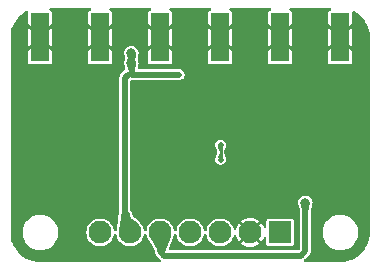
<source format=gbr>
%TF.GenerationSoftware,KiCad,Pcbnew,8.99.0-unknown-7774a43762~178~ubuntu22.04.1*%
%TF.CreationDate,2024-05-27T17:10:49+05:30*%
%TF.ProjectId,Adafruit Si5351A,41646166-7275-4697-9420-536935333531,rev?*%
%TF.SameCoordinates,Original*%
%TF.FileFunction,Copper,L2,Bot*%
%TF.FilePolarity,Positive*%
%FSLAX46Y46*%
G04 Gerber Fmt 4.6, Leading zero omitted, Abs format (unit mm)*
G04 Created by KiCad (PCBNEW 8.99.0-unknown-7774a43762~178~ubuntu22.04.1) date 2024-05-27 17:10:49*
%MOMM*%
%LPD*%
G01*
G04 APERTURE LIST*
%TA.AperFunction,SMDPad,CuDef*%
%ADD10R,1.524000X4.064000*%
%TD*%
%TA.AperFunction,ComponentPad*%
%ADD11R,1.930400X1.930400*%
%TD*%
%TA.AperFunction,ComponentPad*%
%ADD12C,1.930400*%
%TD*%
%TA.AperFunction,ViaPad*%
%ADD13C,0.800000*%
%TD*%
%TA.AperFunction,ViaPad*%
%ADD14C,0.500000*%
%TD*%
%TA.AperFunction,ViaPad*%
%ADD15C,0.800100*%
%TD*%
%TA.AperFunction,Conductor*%
%ADD16C,0.500000*%
%TD*%
%TA.AperFunction,Conductor*%
%ADD17C,0.250000*%
%TD*%
G04 APERTURE END LIST*
D10*
%TO.P,X3,GND@3,GND2*%
%TO.N,GND*%
X161201100Y-96748600D03*
%TO.P,X3,GND@4,GND1*%
X156121100Y-96748600D03*
%TD*%
%TO.P,X2,GND@3,GND2*%
%TO.N,GND*%
X151041100Y-96748600D03*
%TO.P,X2,GND@4,GND1*%
X145961100Y-96748600D03*
%TD*%
D11*
%TO.P,JP1,1,1*%
%TO.N,+3.3V*%
X156121100Y-113258600D03*
D12*
%TO.P,JP1,2,2*%
%TO.N,GND*%
X153581100Y-113258600D03*
%TO.P,JP1,3,3*%
%TO.N,/SDA_3V*%
X151041100Y-113258600D03*
%TO.P,JP1,4,4*%
%TO.N,/SCL_3V*%
X148501100Y-113258600D03*
%TO.P,JP1,5,5*%
%TO.N,CLK2*%
X145961100Y-113258600D03*
%TO.P,JP1,6,6*%
%TO.N,CLK1*%
X143421100Y-113258600D03*
%TO.P,JP1,7,7*%
%TO.N,CLK0*%
X140881100Y-113258600D03*
%TD*%
D10*
%TO.P,X1,GND@3,GND2*%
%TO.N,GND*%
X140881100Y-96748600D03*
%TO.P,X1,GND@4,GND1*%
X135801100Y-96748600D03*
%TD*%
D13*
%TO.N,GND*%
X143700000Y-115200000D03*
D14*
X163400000Y-98000000D03*
D13*
X145940000Y-95350000D03*
X145000000Y-109400000D03*
D14*
X159893000Y-99568000D03*
X143490000Y-95860000D03*
D13*
X136680000Y-109910000D03*
X160290000Y-111440000D03*
D14*
X158242000Y-105537000D03*
D13*
X134114168Y-114376541D03*
X161260000Y-97860000D03*
X134050000Y-103330000D03*
D14*
X162306000Y-99187000D03*
D13*
X142060000Y-104020000D03*
D14*
X157620000Y-101070000D03*
X155300000Y-100710000D03*
X163400000Y-96800000D03*
D13*
X138110000Y-106620000D03*
D14*
X157480000Y-98806000D03*
X141859000Y-114427000D03*
X137100000Y-96600000D03*
D13*
X163280000Y-106150000D03*
D14*
X160450000Y-104780000D03*
X154140000Y-100710000D03*
X158710000Y-101410000D03*
X139115800Y-102489000D03*
X156000000Y-99430000D03*
X147193000Y-114427000D03*
X138430000Y-102235000D03*
X153500000Y-97400000D03*
X160909000Y-99568000D03*
X160401000Y-100076000D03*
X153600000Y-100500000D03*
X157490000Y-97300000D03*
D13*
X145540000Y-103040000D03*
X151690000Y-101590000D03*
X156160000Y-95260000D03*
D14*
X156470000Y-100010000D03*
D13*
X137760000Y-108610000D03*
D14*
X163200000Y-96200000D03*
D13*
X161210000Y-95190000D03*
X151090000Y-95300000D03*
X151140000Y-97970000D03*
D14*
X155000000Y-107700000D03*
X147300000Y-95600000D03*
X155829000Y-106807000D03*
X154461786Y-108552562D03*
D13*
X153360000Y-102830000D03*
D14*
X152146000Y-104902000D03*
D13*
X136690000Y-107620000D03*
D14*
X155702000Y-109524800D03*
X150114000Y-114427000D03*
D13*
X142087600Y-106146600D03*
X142036800Y-110540800D03*
X134950000Y-115120000D03*
D15*
X154293100Y-96748600D03*
D13*
X149610000Y-108070000D03*
D14*
X153500000Y-96100000D03*
X137541000Y-101219000D03*
D13*
X142070000Y-102900000D03*
X155702000Y-106030000D03*
X144430000Y-103050000D03*
D14*
X149700000Y-95600000D03*
D13*
X135380000Y-106620000D03*
D14*
X161544000Y-99314000D03*
D13*
X142036800Y-105050000D03*
D14*
X152273000Y-112141000D03*
X144399000Y-114554000D03*
D13*
X160401000Y-103505000D03*
X135350000Y-108830000D03*
D15*
X154270000Y-95490000D03*
D13*
X134080000Y-96850000D03*
X147470000Y-102750000D03*
X142036800Y-107188000D03*
D14*
X149606000Y-102743000D03*
D13*
X144000000Y-111700000D03*
X138110000Y-105520000D03*
D14*
X139500000Y-98400000D03*
D13*
X135380000Y-103330000D03*
D14*
X139500000Y-97500000D03*
D13*
X139319000Y-112522000D03*
D14*
X147300000Y-97400000D03*
D13*
X152390000Y-102350000D03*
X159131000Y-102235000D03*
D14*
X153380000Y-104910000D03*
D13*
X135390000Y-102140000D03*
D14*
X139319000Y-99130000D03*
X154740000Y-98730000D03*
D13*
X134050000Y-104430000D03*
X135410000Y-101120000D03*
D14*
X154730000Y-100700000D03*
X158440000Y-101900000D03*
X154440000Y-109170000D03*
D13*
X136950000Y-111540000D03*
D14*
X158000000Y-104310000D03*
D13*
X156200000Y-96510000D03*
X139065000Y-114427000D03*
D14*
X158240000Y-100970000D03*
D13*
X156460000Y-102900000D03*
X145000000Y-111700000D03*
X154370000Y-102840000D03*
X135800000Y-95660000D03*
X141500000Y-100300000D03*
X138090000Y-107640000D03*
D14*
X157530800Y-114380000D03*
D13*
X154559000Y-106040000D03*
D14*
X154050000Y-104900000D03*
X155981400Y-108432600D03*
X155230000Y-99430000D03*
D13*
X134020000Y-108830000D03*
D14*
X155170000Y-100040000D03*
D15*
X152780000Y-98050000D03*
D14*
X160430000Y-104220000D03*
D13*
X142800000Y-115200000D03*
X159588200Y-114554000D03*
D14*
X155194000Y-106680000D03*
D13*
X134030000Y-107640000D03*
X156210000Y-97930000D03*
X161790000Y-115200000D03*
D14*
X158360000Y-104910000D03*
D13*
X140480000Y-99430000D03*
X155420000Y-102840000D03*
X133810000Y-113330000D03*
X151130000Y-96550000D03*
X134080000Y-101120000D03*
D14*
X139700000Y-100330000D03*
X139810000Y-102520000D03*
X142214600Y-99974400D03*
X153950000Y-98820000D03*
D13*
X135900000Y-111300000D03*
X145990000Y-98020000D03*
X133970000Y-112300000D03*
D14*
X158292800Y-107238800D03*
X158572200Y-108432600D03*
D13*
X134060000Y-102140000D03*
D14*
X157226000Y-100076000D03*
X159800000Y-98044000D03*
X147300000Y-98300000D03*
X156660000Y-99410000D03*
D13*
X140970000Y-98190000D03*
X134080000Y-97950000D03*
X161250000Y-96440000D03*
X163280000Y-105050000D03*
X136690000Y-105430000D03*
D14*
X157090000Y-100720000D03*
X153210000Y-100060000D03*
X152781000Y-104902000D03*
D13*
X140920000Y-95520000D03*
D14*
X159800000Y-97300000D03*
D15*
X162725100Y-97663000D03*
D13*
X160490000Y-115200000D03*
D14*
X139954000Y-114427000D03*
D13*
X159190000Y-113460000D03*
D14*
X153960000Y-99880000D03*
D13*
X159385000Y-112268000D03*
X139430000Y-106620000D03*
X163260000Y-107170000D03*
D14*
X150241000Y-103251000D03*
X142570200Y-99491800D03*
D13*
X159258000Y-107569000D03*
X139410000Y-107640000D03*
D14*
X163449000Y-98806000D03*
D13*
X146200000Y-109400000D03*
X138684000Y-111760000D03*
D14*
X139319000Y-99822000D03*
D15*
X154300000Y-98020000D03*
D14*
X157099000Y-103378000D03*
X161080000Y-104730000D03*
D13*
X134050000Y-106620000D03*
D14*
X137100000Y-97500000D03*
D13*
X140480000Y-100300000D03*
D15*
X162725100Y-95631000D03*
D14*
X149700000Y-97400000D03*
X150749000Y-103759000D03*
X158030000Y-101500000D03*
X155702000Y-108966000D03*
D13*
X134060000Y-98970000D03*
X142036800Y-111658400D03*
X135800000Y-98270000D03*
D14*
X137972800Y-101701600D03*
X157370000Y-99460000D03*
D13*
X163280000Y-103100000D03*
X134090000Y-95890000D03*
D14*
X139500000Y-95700000D03*
D13*
X136710000Y-106600000D03*
X162763200Y-111887000D03*
D15*
X152746000Y-95490000D03*
D13*
X139430000Y-105520000D03*
X163290000Y-104000000D03*
X134030000Y-105450000D03*
X161645600Y-111201200D03*
D14*
X152810000Y-99590000D03*
X154460000Y-99330000D03*
D13*
X149700000Y-103700000D03*
D14*
X155500000Y-107300000D03*
D13*
X159766000Y-102870000D03*
D14*
X157480000Y-98044000D03*
X137100000Y-95700000D03*
X153500000Y-95100000D03*
D13*
X137290000Y-114680000D03*
D14*
X147193000Y-112141000D03*
X157490000Y-96400000D03*
D13*
X154560000Y-107061000D03*
D14*
X147300000Y-96500000D03*
X163400000Y-102400000D03*
X154686000Y-114427000D03*
X153440000Y-99370000D03*
X137337800Y-100584000D03*
D13*
X151350000Y-104700000D03*
X135380000Y-104430000D03*
D14*
X161030000Y-104090000D03*
X139500000Y-96600000D03*
X142494000Y-114427000D03*
X159800000Y-98800000D03*
X157770000Y-100500000D03*
D13*
X148600000Y-102750000D03*
D14*
X158267400Y-107924600D03*
X157500000Y-95500000D03*
X163400000Y-97400000D03*
X145034000Y-114554000D03*
D13*
X140960000Y-96770000D03*
D14*
X155480000Y-104930000D03*
X156440000Y-100720000D03*
D13*
X139770000Y-108580000D03*
X135360000Y-107640000D03*
X135410000Y-100020000D03*
D15*
X162750000Y-98640000D03*
D14*
X154460000Y-107940000D03*
D13*
X136190000Y-115280000D03*
X141510000Y-99430000D03*
D15*
X162725100Y-96748600D03*
D13*
X144600000Y-115200000D03*
D14*
X149700000Y-98300000D03*
D13*
X160020000Y-106934000D03*
X134020000Y-109930000D03*
D14*
X152990000Y-98890000D03*
X160440000Y-105440000D03*
X163449000Y-99695000D03*
D13*
X141800000Y-115200000D03*
X136680000Y-108810000D03*
X140800000Y-115200000D03*
D14*
X149479000Y-114427000D03*
D13*
X145980000Y-96600000D03*
X148485000Y-108120000D03*
X142036800Y-109360000D03*
D14*
X137100000Y-98400000D03*
X161040000Y-105390000D03*
D13*
X162780000Y-114460000D03*
X139220000Y-113500000D03*
D14*
X137100000Y-99200000D03*
X163449000Y-101727000D03*
D13*
X136740000Y-101100000D03*
X137640000Y-112350000D03*
D14*
X152273000Y-114300000D03*
X156260800Y-108991400D03*
X155720000Y-100050000D03*
X153500000Y-98300000D03*
D13*
X139700000Y-115189000D03*
D14*
X159800000Y-96400000D03*
D13*
X148600000Y-103700000D03*
X135350000Y-109930000D03*
D14*
X154580000Y-100040000D03*
D13*
X163220000Y-113170000D03*
X134080000Y-100020000D03*
X137850000Y-113600000D03*
X139700000Y-111506000D03*
X135360000Y-105450000D03*
D14*
X159800000Y-95500000D03*
X154770000Y-104910000D03*
X157550000Y-103830000D03*
X149700000Y-96500000D03*
X154686000Y-112090200D03*
X162700000Y-102600000D03*
D13*
X160655000Y-106172000D03*
D14*
X137100000Y-99900000D03*
X156260800Y-109601000D03*
D15*
X152769100Y-96748600D03*
D13*
X134760000Y-111590000D03*
X150930000Y-100810000D03*
X138760000Y-108300000D03*
D14*
X152360000Y-99090000D03*
D13*
X135790000Y-97090000D03*
D14*
X155890000Y-100710000D03*
D13*
X163260000Y-108270000D03*
X138410000Y-115110000D03*
X142062200Y-108305600D03*
%TO.N,CLK1*%
X143520000Y-98930000D03*
X143520000Y-98100000D03*
D14*
X147574000Y-99900000D03*
D13*
%TO.N,CLK2*%
X158250000Y-110740000D03*
D14*
%TO.N,+3.3V*%
X151070000Y-105875500D03*
X151070000Y-107090000D03*
%TD*%
D16*
%TO.N,CLK1*%
X143540000Y-98910000D02*
X143520000Y-98930000D01*
X142950000Y-100150000D02*
X142950000Y-112787500D01*
X143200000Y-99900000D02*
X142950000Y-100150000D01*
X143540000Y-98950000D02*
X143540000Y-99900000D01*
X143540000Y-99900000D02*
X147475000Y-99900000D01*
X143540000Y-98220000D02*
X143520000Y-98100000D01*
X143520000Y-98930000D02*
X143540000Y-98950000D01*
X143520000Y-98100000D02*
X143540000Y-98180000D01*
X143540000Y-98220000D02*
X143540000Y-98910000D01*
%TO.N,CLK2*%
X158250000Y-114830000D02*
X158250000Y-110740000D01*
X146320000Y-115230000D02*
X157850000Y-115230000D01*
X145961100Y-113258600D02*
X145961100Y-114871100D01*
X145961100Y-114871100D02*
X146320000Y-115230000D01*
X157850000Y-115230000D02*
X158250000Y-114830000D01*
D17*
%TO.N,+3.3V*%
X151070000Y-107090000D02*
X151070000Y-105875500D01*
%TD*%
%TA.AperFunction,Conductor*%
%TO.N,GND*%
G36*
X140071377Y-94253785D02*
G01*
X140117132Y-94306589D01*
X140127076Y-94375747D01*
X140098051Y-94439303D01*
X140039273Y-94477077D01*
X140028529Y-94479717D01*
X140021559Y-94481103D01*
X140021555Y-94481105D01*
X139938860Y-94536360D01*
X139883605Y-94619055D01*
X139883603Y-94619059D01*
X139869100Y-94691971D01*
X139869100Y-95559823D01*
X140881100Y-96571823D01*
X141893099Y-95559823D01*
X141893100Y-95559822D01*
X141893100Y-94691973D01*
X141893099Y-94691971D01*
X141878596Y-94619059D01*
X141878594Y-94619055D01*
X141823339Y-94536360D01*
X141740644Y-94481105D01*
X141740640Y-94481103D01*
X141733671Y-94479717D01*
X141671760Y-94447332D01*
X141637186Y-94386617D01*
X141640925Y-94316847D01*
X141681792Y-94260175D01*
X141746810Y-94234594D01*
X141757862Y-94234100D01*
X145084338Y-94234100D01*
X145151377Y-94253785D01*
X145197132Y-94306589D01*
X145207076Y-94375747D01*
X145178051Y-94439303D01*
X145119273Y-94477077D01*
X145108529Y-94479717D01*
X145101559Y-94481103D01*
X145101555Y-94481105D01*
X145018860Y-94536360D01*
X144963605Y-94619055D01*
X144963603Y-94619059D01*
X144949100Y-94691971D01*
X144949100Y-95559823D01*
X145961100Y-96571823D01*
X146973099Y-95559823D01*
X146973100Y-95559822D01*
X146973100Y-94691973D01*
X146973099Y-94691971D01*
X146958596Y-94619059D01*
X146958594Y-94619055D01*
X146903339Y-94536360D01*
X146820644Y-94481105D01*
X146820640Y-94481103D01*
X146813671Y-94479717D01*
X146751760Y-94447332D01*
X146717186Y-94386617D01*
X146720925Y-94316847D01*
X146761792Y-94260175D01*
X146826810Y-94234594D01*
X146837862Y-94234100D01*
X150164338Y-94234100D01*
X150231377Y-94253785D01*
X150277132Y-94306589D01*
X150287076Y-94375747D01*
X150258051Y-94439303D01*
X150199273Y-94477077D01*
X150188529Y-94479717D01*
X150181559Y-94481103D01*
X150181555Y-94481105D01*
X150098860Y-94536360D01*
X150043605Y-94619055D01*
X150043603Y-94619059D01*
X150029100Y-94691971D01*
X150029100Y-95559823D01*
X151041100Y-96571823D01*
X152053099Y-95559823D01*
X152053100Y-95559822D01*
X152053100Y-94691973D01*
X152053099Y-94691971D01*
X152038596Y-94619059D01*
X152038594Y-94619055D01*
X151983339Y-94536360D01*
X151900644Y-94481105D01*
X151900640Y-94481103D01*
X151893671Y-94479717D01*
X151831760Y-94447332D01*
X151797186Y-94386617D01*
X151800925Y-94316847D01*
X151841792Y-94260175D01*
X151906810Y-94234594D01*
X151917862Y-94234100D01*
X155244338Y-94234100D01*
X155311377Y-94253785D01*
X155357132Y-94306589D01*
X155367076Y-94375747D01*
X155338051Y-94439303D01*
X155279273Y-94477077D01*
X155268529Y-94479717D01*
X155261559Y-94481103D01*
X155261555Y-94481105D01*
X155178860Y-94536360D01*
X155123605Y-94619055D01*
X155123603Y-94619059D01*
X155109100Y-94691971D01*
X155109100Y-95559823D01*
X156121100Y-96571823D01*
X157133099Y-95559823D01*
X157133100Y-95559822D01*
X157133100Y-94691973D01*
X157133099Y-94691971D01*
X157118596Y-94619059D01*
X157118594Y-94619055D01*
X157063339Y-94536360D01*
X156980644Y-94481105D01*
X156980640Y-94481103D01*
X156973671Y-94479717D01*
X156911760Y-94447332D01*
X156877186Y-94386617D01*
X156880925Y-94316847D01*
X156921792Y-94260175D01*
X156986810Y-94234594D01*
X156997862Y-94234100D01*
X160324338Y-94234100D01*
X160391377Y-94253785D01*
X160437132Y-94306589D01*
X160447076Y-94375747D01*
X160418051Y-94439303D01*
X160359273Y-94477077D01*
X160348529Y-94479717D01*
X160341559Y-94481103D01*
X160341555Y-94481105D01*
X160258860Y-94536360D01*
X160203605Y-94619055D01*
X160203603Y-94619059D01*
X160189100Y-94691971D01*
X160189100Y-95559823D01*
X161201100Y-96571823D01*
X162213099Y-95559823D01*
X162213100Y-95559822D01*
X162213100Y-94691973D01*
X162208153Y-94667104D01*
X162214380Y-94597512D01*
X162257243Y-94542335D01*
X162323132Y-94519090D01*
X162391129Y-94535158D01*
X162393915Y-94536792D01*
X162623086Y-94675330D01*
X162635397Y-94683828D01*
X162645794Y-94691973D01*
X162862620Y-94861846D01*
X162873828Y-94871776D01*
X163077923Y-95075871D01*
X163087853Y-95087079D01*
X163265867Y-95314296D01*
X163274373Y-95326619D01*
X163423697Y-95573633D01*
X163430656Y-95586892D01*
X163549122Y-95850112D01*
X163554431Y-95864113D01*
X163640299Y-96139674D01*
X163643883Y-96154212D01*
X163695913Y-96438132D01*
X163697718Y-96452996D01*
X163715374Y-96744862D01*
X163715600Y-96752350D01*
X163715600Y-113254849D01*
X163715374Y-113262337D01*
X163697718Y-113554203D01*
X163695913Y-113569067D01*
X163643883Y-113852987D01*
X163640299Y-113867525D01*
X163554431Y-114143086D01*
X163549122Y-114157087D01*
X163430656Y-114420307D01*
X163423697Y-114433566D01*
X163274373Y-114680580D01*
X163265867Y-114692903D01*
X163087853Y-114920120D01*
X163077923Y-114931328D01*
X162873828Y-115135423D01*
X162862620Y-115145353D01*
X162635403Y-115323367D01*
X162623080Y-115331873D01*
X162376066Y-115481197D01*
X162362807Y-115488156D01*
X162099587Y-115606622D01*
X162085586Y-115611931D01*
X161810023Y-115697800D01*
X161795484Y-115701384D01*
X161568011Y-115743069D01*
X161545944Y-115745100D01*
X158264121Y-115752627D01*
X158197037Y-115733096D01*
X158151161Y-115680397D01*
X158141059Y-115611262D01*
X158169938Y-115547639D01*
X158176142Y-115540960D01*
X158610489Y-115106614D01*
X158669798Y-115003887D01*
X158669799Y-115003886D01*
X158700500Y-114889309D01*
X158700500Y-113140502D01*
X159700600Y-113140502D01*
X159700600Y-113376697D01*
X159737546Y-113609968D01*
X159810533Y-113834596D01*
X159879495Y-113969940D01*
X159917757Y-114045033D01*
X160056583Y-114236110D01*
X160223590Y-114403117D01*
X160414667Y-114541943D01*
X160512978Y-114592035D01*
X160625103Y-114649166D01*
X160625105Y-114649166D01*
X160625108Y-114649168D01*
X160745512Y-114688289D01*
X160849731Y-114722153D01*
X161083003Y-114759100D01*
X161083008Y-114759100D01*
X161319197Y-114759100D01*
X161552468Y-114722153D01*
X161599070Y-114707011D01*
X161777092Y-114649168D01*
X161987533Y-114541943D01*
X162178610Y-114403117D01*
X162345617Y-114236110D01*
X162484443Y-114045033D01*
X162591668Y-113834592D01*
X162664653Y-113609968D01*
X162671683Y-113565582D01*
X162701600Y-113376697D01*
X162701600Y-113140502D01*
X162664653Y-112907231D01*
X162591666Y-112682603D01*
X162484442Y-112472166D01*
X162462995Y-112442647D01*
X162345617Y-112281090D01*
X162178610Y-112114083D01*
X161987533Y-111975257D01*
X161974788Y-111968763D01*
X161777096Y-111868033D01*
X161552468Y-111795046D01*
X161319197Y-111758100D01*
X161319192Y-111758100D01*
X161083008Y-111758100D01*
X161083003Y-111758100D01*
X160849731Y-111795046D01*
X160625103Y-111868033D01*
X160414666Y-111975257D01*
X160318632Y-112045031D01*
X160223590Y-112114083D01*
X160223588Y-112114085D01*
X160223587Y-112114085D01*
X160056585Y-112281087D01*
X160056585Y-112281088D01*
X160056583Y-112281090D01*
X160025143Y-112324363D01*
X159917757Y-112472166D01*
X159810533Y-112682603D01*
X159737546Y-112907231D01*
X159700600Y-113140502D01*
X158700500Y-113140502D01*
X158700500Y-111597245D01*
X158703779Y-111574528D01*
X158702647Y-111574316D01*
X158822879Y-110933070D01*
X158830195Y-110908466D01*
X158835044Y-110896762D01*
X158847230Y-110804186D01*
X158848295Y-110797516D01*
X158849387Y-110791696D01*
X158849388Y-110791691D01*
X158852006Y-110773058D01*
X158852206Y-110770931D01*
X158852755Y-110763726D01*
X158852754Y-110763723D01*
X158852767Y-110763562D01*
X158853467Y-110756812D01*
X158855682Y-110740000D01*
X158835044Y-110583238D01*
X158774536Y-110437159D01*
X158678282Y-110311718D01*
X158552841Y-110215464D01*
X158406762Y-110154956D01*
X158406760Y-110154955D01*
X158250001Y-110134318D01*
X158249999Y-110134318D01*
X158093239Y-110154955D01*
X158093237Y-110154956D01*
X157947160Y-110215463D01*
X157821718Y-110311718D01*
X157725463Y-110437160D01*
X157664956Y-110583237D01*
X157664955Y-110583239D01*
X157644318Y-110739998D01*
X157644318Y-110740003D01*
X157649500Y-110779369D01*
X157649879Y-110785647D01*
X157650081Y-110785630D01*
X157650611Y-110791696D01*
X157651711Y-110797565D01*
X157652771Y-110804215D01*
X157664956Y-110896762D01*
X157669805Y-110908470D01*
X157677118Y-110933066D01*
X157677119Y-110933070D01*
X157774415Y-111451982D01*
X157797088Y-111572901D01*
X157796383Y-111573033D01*
X157799500Y-111596834D01*
X157799500Y-114592035D01*
X157779815Y-114659074D01*
X157763181Y-114679716D01*
X157699716Y-114743181D01*
X157638393Y-114776666D01*
X157612035Y-114779500D01*
X146815185Y-114779500D01*
X146748146Y-114759815D01*
X146702391Y-114707011D01*
X146692447Y-114637853D01*
X146699258Y-114611490D01*
X146706644Y-114592035D01*
X147040920Y-113711515D01*
X147040923Y-113711494D01*
X147041582Y-113709104D01*
X147050141Y-113686721D01*
X147052740Y-113681503D01*
X147111835Y-113473803D01*
X147149111Y-113414716D01*
X147212421Y-113385158D01*
X147281661Y-113394520D01*
X147334847Y-113439829D01*
X147350365Y-113473809D01*
X147409457Y-113681498D01*
X147409460Y-113681504D01*
X147505752Y-113874885D01*
X147505757Y-113874893D01*
X147577534Y-113969940D01*
X147635947Y-114047291D01*
X147795599Y-114192834D01*
X147795601Y-114192835D01*
X147795602Y-114192836D01*
X147813526Y-114203934D01*
X147979277Y-114306562D01*
X148180724Y-114384604D01*
X148393082Y-114424300D01*
X148393085Y-114424300D01*
X148609115Y-114424300D01*
X148609118Y-114424300D01*
X148821476Y-114384604D01*
X149022923Y-114306562D01*
X149206601Y-114192834D01*
X149366253Y-114047291D01*
X149496444Y-113874891D01*
X149592740Y-113681503D01*
X149651834Y-113473806D01*
X149689113Y-113414716D01*
X149752422Y-113385158D01*
X149821662Y-113394520D01*
X149874848Y-113439829D01*
X149890364Y-113473803D01*
X149938323Y-113642361D01*
X149949461Y-113681506D01*
X150045752Y-113874885D01*
X150045757Y-113874893D01*
X150117534Y-113969940D01*
X150175947Y-114047291D01*
X150335599Y-114192834D01*
X150335601Y-114192835D01*
X150335602Y-114192836D01*
X150353526Y-114203934D01*
X150519277Y-114306562D01*
X150720724Y-114384604D01*
X150933082Y-114424300D01*
X150933085Y-114424300D01*
X151149115Y-114424300D01*
X151149118Y-114424300D01*
X151361476Y-114384604D01*
X151562923Y-114306562D01*
X151746601Y-114192834D01*
X151906253Y-114047291D01*
X152036444Y-113874891D01*
X152132740Y-113681503D01*
X152166246Y-113563739D01*
X152203524Y-113504648D01*
X152266834Y-113475090D01*
X152336073Y-113484452D01*
X152389260Y-113529761D01*
X152405287Y-113565582D01*
X152434820Y-113675803D01*
X152434824Y-113675812D01*
X152524684Y-113868518D01*
X152635765Y-114027157D01*
X153150370Y-113512552D01*
X153181001Y-113565607D01*
X153274093Y-113658699D01*
X153327146Y-113689329D01*
X152812541Y-114203933D01*
X152971181Y-114315015D01*
X153163887Y-114404875D01*
X153163896Y-114404879D01*
X153369271Y-114459908D01*
X153369282Y-114459910D01*
X153581098Y-114478442D01*
X153581102Y-114478442D01*
X153792917Y-114459910D01*
X153792928Y-114459908D01*
X153998303Y-114404879D01*
X153998312Y-114404875D01*
X154191020Y-114315014D01*
X154191024Y-114315012D01*
X154349657Y-114203934D01*
X153835052Y-113689329D01*
X153888107Y-113658699D01*
X153981199Y-113565607D01*
X154011829Y-113512552D01*
X154526434Y-114027157D01*
X154637512Y-113868524D01*
X154637514Y-113868520D01*
X154719018Y-113693736D01*
X154765190Y-113641297D01*
X154832384Y-113622145D01*
X154899265Y-113642361D01*
X154944600Y-113695526D01*
X154955400Y-113746141D01*
X154955400Y-114243552D01*
X154967031Y-114302029D01*
X154967032Y-114302030D01*
X155011347Y-114368352D01*
X155077669Y-114412667D01*
X155077670Y-114412668D01*
X155136147Y-114424299D01*
X155136150Y-114424300D01*
X155136152Y-114424300D01*
X157106050Y-114424300D01*
X157106051Y-114424299D01*
X157120868Y-114421352D01*
X157164529Y-114412668D01*
X157164529Y-114412667D01*
X157164531Y-114412667D01*
X157230852Y-114368352D01*
X157275167Y-114302031D01*
X157275167Y-114302029D01*
X157275168Y-114302029D01*
X157286799Y-114243552D01*
X157286800Y-114243550D01*
X157286800Y-112273649D01*
X157286799Y-112273647D01*
X157275168Y-112215170D01*
X157275167Y-112215169D01*
X157230852Y-112148847D01*
X157164530Y-112104532D01*
X157164529Y-112104531D01*
X157106052Y-112092900D01*
X157106048Y-112092900D01*
X155136152Y-112092900D01*
X155136147Y-112092900D01*
X155077670Y-112104531D01*
X155077669Y-112104532D01*
X155011347Y-112148847D01*
X154967032Y-112215169D01*
X154967031Y-112215170D01*
X154955400Y-112273647D01*
X154955400Y-112771058D01*
X154935715Y-112838097D01*
X154882911Y-112883852D01*
X154813753Y-112893796D01*
X154750197Y-112864771D01*
X154719018Y-112823463D01*
X154637515Y-112648681D01*
X154526433Y-112490041D01*
X154011829Y-113004646D01*
X153981199Y-112951593D01*
X153888107Y-112858501D01*
X153835053Y-112827870D01*
X154349657Y-112313265D01*
X154191018Y-112202184D01*
X153998312Y-112112324D01*
X153998303Y-112112320D01*
X153792928Y-112057291D01*
X153792917Y-112057289D01*
X153581102Y-112038758D01*
X153581098Y-112038758D01*
X153369282Y-112057289D01*
X153369271Y-112057291D01*
X153163896Y-112112320D01*
X153163887Y-112112324D01*
X152971181Y-112202184D01*
X152812541Y-112313265D01*
X153327146Y-112827870D01*
X153274093Y-112858501D01*
X153181001Y-112951593D01*
X153150370Y-113004646D01*
X152635765Y-112490041D01*
X152524684Y-112648681D01*
X152434824Y-112841387D01*
X152434821Y-112841393D01*
X152405287Y-112951618D01*
X152368922Y-113011278D01*
X152306075Y-113041807D01*
X152236699Y-113033512D01*
X152182821Y-112989027D01*
X152166247Y-112953462D01*
X152132740Y-112835697D01*
X152039617Y-112648681D01*
X152036447Y-112642314D01*
X152036442Y-112642306D01*
X151906253Y-112469909D01*
X151871172Y-112437928D01*
X151746601Y-112324366D01*
X151746598Y-112324364D01*
X151746597Y-112324363D01*
X151562926Y-112210640D01*
X151562923Y-112210638D01*
X151541101Y-112202184D01*
X151361476Y-112132596D01*
X151149118Y-112092900D01*
X150933082Y-112092900D01*
X150720724Y-112132596D01*
X150720721Y-112132596D01*
X150720721Y-112132597D01*
X150519276Y-112210638D01*
X150519273Y-112210640D01*
X150335602Y-112324363D01*
X150175946Y-112469909D01*
X150045757Y-112642306D01*
X150045752Y-112642314D01*
X149949460Y-112835695D01*
X149949457Y-112835701D01*
X149890366Y-113043390D01*
X149853087Y-113102483D01*
X149789778Y-113132041D01*
X149720538Y-113122679D01*
X149667352Y-113077370D01*
X149651834Y-113043390D01*
X149592742Y-112835701D01*
X149592739Y-112835695D01*
X149496447Y-112642314D01*
X149496442Y-112642306D01*
X149366253Y-112469909D01*
X149331172Y-112437928D01*
X149206601Y-112324366D01*
X149206598Y-112324364D01*
X149206597Y-112324363D01*
X149022926Y-112210640D01*
X149022923Y-112210638D01*
X149001101Y-112202184D01*
X148821476Y-112132596D01*
X148609118Y-112092900D01*
X148393082Y-112092900D01*
X148180724Y-112132596D01*
X148180721Y-112132596D01*
X148180721Y-112132597D01*
X147979276Y-112210638D01*
X147979273Y-112210640D01*
X147795602Y-112324363D01*
X147635946Y-112469909D01*
X147505757Y-112642306D01*
X147505752Y-112642314D01*
X147409460Y-112835695D01*
X147409457Y-112835701D01*
X147350366Y-113043390D01*
X147313087Y-113102483D01*
X147249778Y-113132041D01*
X147180538Y-113122679D01*
X147127352Y-113077370D01*
X147111834Y-113043390D01*
X147052742Y-112835701D01*
X147052739Y-112835695D01*
X146956447Y-112642314D01*
X146956442Y-112642306D01*
X146826253Y-112469909D01*
X146791172Y-112437928D01*
X146666601Y-112324366D01*
X146666598Y-112324364D01*
X146666597Y-112324363D01*
X146482926Y-112210640D01*
X146482923Y-112210638D01*
X146461101Y-112202184D01*
X146281476Y-112132596D01*
X146069118Y-112092900D01*
X145853082Y-112092900D01*
X145640724Y-112132596D01*
X145640721Y-112132596D01*
X145640721Y-112132597D01*
X145439276Y-112210638D01*
X145439273Y-112210640D01*
X145255602Y-112324363D01*
X145095946Y-112469909D01*
X144965757Y-112642306D01*
X144965752Y-112642314D01*
X144869460Y-112835695D01*
X144869457Y-112835701D01*
X144810366Y-113043390D01*
X144773087Y-113102483D01*
X144709778Y-113132041D01*
X144640538Y-113122679D01*
X144587352Y-113077370D01*
X144571834Y-113043390D01*
X144512742Y-112835701D01*
X144512739Y-112835695D01*
X144416447Y-112642314D01*
X144416442Y-112642306D01*
X144286253Y-112469909D01*
X144274902Y-112459561D01*
X144260202Y-112442426D01*
X144259933Y-112442647D01*
X144030741Y-112162002D01*
X144030739Y-112162000D01*
X144030735Y-112161995D01*
X143971612Y-112112477D01*
X143971607Y-112112474D01*
X143971604Y-112112472D01*
X143964086Y-112108281D01*
X143964078Y-112108278D01*
X143915628Y-112092239D01*
X143907174Y-112089095D01*
X143906053Y-112088631D01*
X143906024Y-112088619D01*
X143871272Y-112074224D01*
X143815874Y-112051277D01*
X143787844Y-112035094D01*
X143763736Y-112016595D01*
X143731229Y-111991651D01*
X143708342Y-111968763D01*
X143664906Y-111912157D01*
X143648720Y-111884122D01*
X143621412Y-111818194D01*
X143613034Y-111786925D01*
X143599687Y-111685535D01*
X143599686Y-111685531D01*
X143599685Y-111685523D01*
X143584587Y-111630837D01*
X143582049Y-111624963D01*
X143552572Y-111576485D01*
X143545910Y-111568327D01*
X143428458Y-111424507D01*
X143401299Y-111360131D01*
X143400500Y-111346073D01*
X143400500Y-105875500D01*
X150614867Y-105875500D01*
X150633302Y-106003722D01*
X150633304Y-106003728D01*
X150633728Y-106004657D01*
X150640595Y-106027389D01*
X150641277Y-106027211D01*
X150740449Y-106405602D01*
X150744500Y-106437039D01*
X150744500Y-106528460D01*
X150740449Y-106559896D01*
X150642821Y-106932395D01*
X150642821Y-106932396D01*
X150641553Y-106937235D01*
X150641140Y-106937126D01*
X150633801Y-106960683D01*
X150633302Y-106961773D01*
X150614867Y-107090000D01*
X150633302Y-107218225D01*
X150687117Y-107336061D01*
X150687118Y-107336063D01*
X150771951Y-107433967D01*
X150880931Y-107504004D01*
X151005225Y-107540499D01*
X151005227Y-107540500D01*
X151005228Y-107540500D01*
X151134773Y-107540500D01*
X151134773Y-107540499D01*
X151259069Y-107504004D01*
X151368049Y-107433967D01*
X151452882Y-107336063D01*
X151506697Y-107218226D01*
X151525133Y-107090000D01*
X151506697Y-106961774D01*
X151506272Y-106960844D01*
X151499408Y-106938112D01*
X151498723Y-106938292D01*
X151497177Y-106932395D01*
X151399550Y-106559897D01*
X151395500Y-106528461D01*
X151395500Y-106437039D01*
X151399551Y-106405602D01*
X151498447Y-106028261D01*
X151498863Y-106028370D01*
X151506204Y-106004805D01*
X151506697Y-106003726D01*
X151525133Y-105875500D01*
X151506697Y-105747274D01*
X151452882Y-105629437D01*
X151368049Y-105531533D01*
X151259069Y-105461496D01*
X151259065Y-105461494D01*
X151259064Y-105461494D01*
X151134774Y-105425000D01*
X151134772Y-105425000D01*
X151005228Y-105425000D01*
X151005226Y-105425000D01*
X150880935Y-105461494D01*
X150880932Y-105461495D01*
X150880931Y-105461496D01*
X150829677Y-105494434D01*
X150771950Y-105531533D01*
X150687118Y-105629437D01*
X150687117Y-105629438D01*
X150633302Y-105747274D01*
X150614867Y-105875500D01*
X143400500Y-105875500D01*
X143400500Y-100474500D01*
X143420185Y-100407461D01*
X143472989Y-100361706D01*
X143524500Y-100350500D01*
X147638773Y-100350500D01*
X147638773Y-100350499D01*
X147763069Y-100314004D01*
X147872049Y-100243967D01*
X147956882Y-100146063D01*
X148010697Y-100028226D01*
X148029133Y-99900000D01*
X148010697Y-99771774D01*
X147956882Y-99653937D01*
X147872049Y-99556033D01*
X147763069Y-99485996D01*
X147763065Y-99485994D01*
X147763064Y-99485994D01*
X147638774Y-99449500D01*
X147638772Y-99449500D01*
X147534309Y-99449500D01*
X144189274Y-99449500D01*
X144122235Y-99429815D01*
X144076480Y-99377011D01*
X144066536Y-99307853D01*
X144066895Y-99305515D01*
X144095489Y-99130425D01*
X144098724Y-99110610D01*
X144103254Y-99094702D01*
X144102939Y-99094618D01*
X144105042Y-99086769D01*
X144105042Y-99086765D01*
X144105044Y-99086762D01*
X144114883Y-99012016D01*
X144115418Y-99008389D01*
X144120599Y-98976673D01*
X144122592Y-98960425D01*
X144122745Y-98958568D01*
X144123086Y-98953727D01*
X144123085Y-98953726D01*
X144123428Y-98948866D01*
X144124184Y-98941373D01*
X144125682Y-98930000D01*
X144121080Y-98895049D01*
X144120622Y-98886647D01*
X144120420Y-98886663D01*
X144119953Y-98880591D01*
X144119954Y-98880582D01*
X144117359Y-98865885D01*
X144116538Y-98860548D01*
X144109255Y-98805228D01*
X144105044Y-98773238D01*
X144103204Y-98768797D01*
X144095653Y-98742904D01*
X144061695Y-98550508D01*
X144061430Y-98508978D01*
X144098725Y-98280608D01*
X144103254Y-98264702D01*
X144102939Y-98264618D01*
X144105042Y-98256769D01*
X144105042Y-98256765D01*
X144105044Y-98256762D01*
X144114883Y-98182016D01*
X144115418Y-98178389D01*
X144120599Y-98146673D01*
X144122592Y-98130425D01*
X144122745Y-98128568D01*
X144123086Y-98123727D01*
X144123085Y-98123726D01*
X144123428Y-98118866D01*
X144124184Y-98111373D01*
X144125682Y-98099999D01*
X144105044Y-97943239D01*
X144105044Y-97943238D01*
X144102616Y-97937376D01*
X144949100Y-97937376D01*
X144949100Y-98805228D01*
X144963603Y-98878140D01*
X144963605Y-98878144D01*
X145018860Y-98960839D01*
X145101555Y-99016094D01*
X145101559Y-99016096D01*
X145174471Y-99030599D01*
X145174474Y-99030600D01*
X146747726Y-99030600D01*
X146747728Y-99030599D01*
X146820640Y-99016096D01*
X146820644Y-99016094D01*
X146903339Y-98960839D01*
X146958594Y-98878144D01*
X146958596Y-98878140D01*
X146973099Y-98805228D01*
X146973100Y-98805226D01*
X146973100Y-97937377D01*
X146973099Y-97937376D01*
X150029100Y-97937376D01*
X150029100Y-98805228D01*
X150043603Y-98878140D01*
X150043605Y-98878144D01*
X150098860Y-98960839D01*
X150181555Y-99016094D01*
X150181559Y-99016096D01*
X150254471Y-99030599D01*
X150254474Y-99030600D01*
X151827726Y-99030600D01*
X151827728Y-99030599D01*
X151900640Y-99016096D01*
X151900644Y-99016094D01*
X151983339Y-98960839D01*
X152038594Y-98878144D01*
X152038596Y-98878140D01*
X152053099Y-98805228D01*
X152053100Y-98805226D01*
X152053100Y-97937377D01*
X152053099Y-97937376D01*
X155109100Y-97937376D01*
X155109100Y-98805228D01*
X155123603Y-98878140D01*
X155123605Y-98878144D01*
X155178860Y-98960839D01*
X155261555Y-99016094D01*
X155261559Y-99016096D01*
X155334471Y-99030599D01*
X155334474Y-99030600D01*
X156907726Y-99030600D01*
X156907728Y-99030599D01*
X156980640Y-99016096D01*
X156980644Y-99016094D01*
X157063339Y-98960839D01*
X157118594Y-98878144D01*
X157118596Y-98878140D01*
X157133099Y-98805228D01*
X157133100Y-98805226D01*
X157133100Y-97937377D01*
X157133099Y-97937376D01*
X160189100Y-97937376D01*
X160189100Y-98805228D01*
X160203603Y-98878140D01*
X160203605Y-98878144D01*
X160258860Y-98960839D01*
X160341555Y-99016094D01*
X160341559Y-99016096D01*
X160414471Y-99030599D01*
X160414474Y-99030600D01*
X161987726Y-99030600D01*
X161987728Y-99030599D01*
X162060640Y-99016096D01*
X162060644Y-99016094D01*
X162143339Y-98960839D01*
X162198594Y-98878144D01*
X162198596Y-98878140D01*
X162213099Y-98805228D01*
X162213100Y-98805226D01*
X162213100Y-97937377D01*
X161201100Y-96925377D01*
X160189100Y-97937376D01*
X157133099Y-97937376D01*
X156121100Y-96925377D01*
X155109100Y-97937376D01*
X152053099Y-97937376D01*
X151041100Y-96925377D01*
X150029100Y-97937376D01*
X146973099Y-97937376D01*
X145961100Y-96925377D01*
X144949100Y-97937376D01*
X144102616Y-97937376D01*
X144044536Y-97797159D01*
X143948282Y-97671718D01*
X143833735Y-97583823D01*
X144949100Y-97583823D01*
X145784323Y-96748600D01*
X145784323Y-96748599D01*
X146137877Y-96748599D01*
X146137877Y-96748600D01*
X146973099Y-97583823D01*
X150029100Y-97583823D01*
X150864323Y-96748600D01*
X150864323Y-96748599D01*
X151217877Y-96748599D01*
X151217877Y-96748600D01*
X152053099Y-97583823D01*
X155109100Y-97583823D01*
X155944323Y-96748600D01*
X155944323Y-96748599D01*
X156297877Y-96748599D01*
X156297877Y-96748600D01*
X157133099Y-97583823D01*
X160189100Y-97583823D01*
X161024323Y-96748600D01*
X161024323Y-96748599D01*
X161377877Y-96748599D01*
X161377877Y-96748600D01*
X162213099Y-97583823D01*
X162213100Y-97583822D01*
X162213100Y-95913377D01*
X162213099Y-95913376D01*
X161377877Y-96748599D01*
X161024323Y-96748599D01*
X160189100Y-95913376D01*
X160189100Y-97583823D01*
X157133099Y-97583823D01*
X157133100Y-97583822D01*
X157133100Y-95913377D01*
X157133099Y-95913376D01*
X156297877Y-96748599D01*
X155944323Y-96748599D01*
X155109100Y-95913376D01*
X155109100Y-97583823D01*
X152053099Y-97583823D01*
X152053100Y-97583822D01*
X152053100Y-95913377D01*
X152053099Y-95913376D01*
X151217877Y-96748599D01*
X150864323Y-96748599D01*
X150029100Y-95913376D01*
X150029100Y-97583823D01*
X146973099Y-97583823D01*
X146973100Y-97583822D01*
X146973100Y-95913377D01*
X146973099Y-95913376D01*
X146137877Y-96748599D01*
X145784323Y-96748599D01*
X144949100Y-95913376D01*
X144949100Y-97583823D01*
X143833735Y-97583823D01*
X143822841Y-97575464D01*
X143676762Y-97514956D01*
X143676760Y-97514955D01*
X143520001Y-97494318D01*
X143519999Y-97494318D01*
X143363239Y-97514955D01*
X143363237Y-97514956D01*
X143217160Y-97575463D01*
X143091718Y-97671718D01*
X142995463Y-97797160D01*
X142934956Y-97943237D01*
X142934955Y-97943239D01*
X142914318Y-98099998D01*
X142914318Y-98100001D01*
X142934955Y-98256760D01*
X142934957Y-98256765D01*
X142943619Y-98277677D01*
X142949531Y-98300426D01*
X142950401Y-98300238D01*
X142951691Y-98306185D01*
X142951692Y-98306190D01*
X142976073Y-98418521D01*
X142991052Y-98487535D01*
X142991117Y-98539835D01*
X142950577Y-98728888D01*
X142950002Y-98728764D01*
X142943626Y-98752302D01*
X142934958Y-98773230D01*
X142934955Y-98773239D01*
X142914318Y-98929998D01*
X142914318Y-98930001D01*
X142934955Y-99086760D01*
X142934957Y-99086765D01*
X142943619Y-99107677D01*
X142949531Y-99130425D01*
X142950400Y-99130237D01*
X143007136Y-99391634D01*
X143002120Y-99461324D01*
X142960222Y-99517238D01*
X142947960Y-99525322D01*
X142923389Y-99539508D01*
X142923384Y-99539512D01*
X142589513Y-99873383D01*
X142589509Y-99873389D01*
X142530201Y-99976112D01*
X142530200Y-99976117D01*
X142499500Y-100090691D01*
X142499500Y-111418549D01*
X142496127Y-111447276D01*
X142495006Y-111451982D01*
X142285954Y-112984067D01*
X142282360Y-113001233D01*
X142276912Y-113020379D01*
X142270367Y-113043387D01*
X142233090Y-113102481D01*
X142169782Y-113132041D01*
X142100542Y-113122681D01*
X142047354Y-113077373D01*
X142031834Y-113043390D01*
X141972742Y-112835701D01*
X141972739Y-112835695D01*
X141876447Y-112642314D01*
X141876442Y-112642306D01*
X141746253Y-112469909D01*
X141711172Y-112437928D01*
X141586601Y-112324366D01*
X141586598Y-112324364D01*
X141586597Y-112324363D01*
X141402926Y-112210640D01*
X141402923Y-112210638D01*
X141381101Y-112202184D01*
X141201476Y-112132596D01*
X140989118Y-112092900D01*
X140773082Y-112092900D01*
X140560724Y-112132596D01*
X140560721Y-112132596D01*
X140560721Y-112132597D01*
X140359276Y-112210638D01*
X140359273Y-112210640D01*
X140175602Y-112324363D01*
X140015946Y-112469909D01*
X139885757Y-112642306D01*
X139885752Y-112642314D01*
X139789460Y-112835695D01*
X139789457Y-112835701D01*
X139730339Y-113043483D01*
X139730338Y-113043486D01*
X139710406Y-113258599D01*
X139710406Y-113258600D01*
X139730338Y-113473713D01*
X139730339Y-113473716D01*
X139789457Y-113681498D01*
X139789460Y-113681504D01*
X139885752Y-113874885D01*
X139885757Y-113874893D01*
X139957534Y-113969940D01*
X140015947Y-114047291D01*
X140175599Y-114192834D01*
X140175601Y-114192835D01*
X140175602Y-114192836D01*
X140193526Y-114203934D01*
X140359277Y-114306562D01*
X140560724Y-114384604D01*
X140773082Y-114424300D01*
X140773085Y-114424300D01*
X140989115Y-114424300D01*
X140989118Y-114424300D01*
X141201476Y-114384604D01*
X141402923Y-114306562D01*
X141586601Y-114192834D01*
X141746253Y-114047291D01*
X141876444Y-113874891D01*
X141972740Y-113681503D01*
X142031834Y-113473806D01*
X142069113Y-113414716D01*
X142132422Y-113385158D01*
X142201662Y-113394520D01*
X142254848Y-113439829D01*
X142270364Y-113473803D01*
X142318323Y-113642361D01*
X142329461Y-113681506D01*
X142425752Y-113874885D01*
X142425757Y-113874893D01*
X142497534Y-113969940D01*
X142555947Y-114047291D01*
X142715599Y-114192834D01*
X142715601Y-114192835D01*
X142715602Y-114192836D01*
X142733526Y-114203934D01*
X142899277Y-114306562D01*
X143100724Y-114384604D01*
X143313082Y-114424300D01*
X143313085Y-114424300D01*
X143529115Y-114424300D01*
X143529118Y-114424300D01*
X143741476Y-114384604D01*
X143942923Y-114306562D01*
X144126601Y-114192834D01*
X144286253Y-114047291D01*
X144416444Y-113874891D01*
X144512740Y-113681503D01*
X144571834Y-113473806D01*
X144609113Y-113414716D01*
X144672422Y-113385158D01*
X144741662Y-113394520D01*
X144794848Y-113439829D01*
X144810364Y-113473803D01*
X144849107Y-113609968D01*
X144869460Y-113681504D01*
X144890034Y-113722822D01*
X144896627Y-113738751D01*
X144897522Y-113741428D01*
X144897526Y-113741436D01*
X144909594Y-113762557D01*
X144912929Y-113768801D01*
X144965752Y-113874885D01*
X144965757Y-113874893D01*
X144993939Y-113912211D01*
X145002650Y-113925421D01*
X145331829Y-114501536D01*
X145441171Y-114692903D01*
X145494265Y-114785825D01*
X145510600Y-114847342D01*
X145510600Y-114930409D01*
X145517087Y-114954621D01*
X145534812Y-115020772D01*
X145541300Y-115044985D01*
X145541300Y-115044986D01*
X145541301Y-115044987D01*
X145600611Y-115147714D01*
X145600613Y-115147716D01*
X145838888Y-115385991D01*
X145846780Y-115394667D01*
X145850166Y-115398764D01*
X145855576Y-115403788D01*
X145862705Y-115409808D01*
X146014316Y-115561419D01*
X146047801Y-115622742D01*
X146042817Y-115692434D01*
X146000945Y-115748367D01*
X145935481Y-115772784D01*
X145926635Y-115773100D01*
X135804851Y-115773100D01*
X135797364Y-115772874D01*
X135505497Y-115755218D01*
X135490632Y-115753413D01*
X135206712Y-115701383D01*
X135192174Y-115697799D01*
X134916613Y-115611931D01*
X134902612Y-115606622D01*
X134639392Y-115488156D01*
X134626133Y-115481197D01*
X134463216Y-115382711D01*
X134379116Y-115331871D01*
X134366796Y-115323367D01*
X134139579Y-115145353D01*
X134128371Y-115135423D01*
X133924276Y-114931328D01*
X133914346Y-114920120D01*
X133890206Y-114889308D01*
X133736328Y-114692897D01*
X133727830Y-114680586D01*
X133578501Y-114433565D01*
X133571543Y-114420307D01*
X133524154Y-114315014D01*
X133453075Y-114157082D01*
X133447768Y-114143086D01*
X133361900Y-113867525D01*
X133358316Y-113852987D01*
X133306286Y-113569067D01*
X133304481Y-113554202D01*
X133301483Y-113504648D01*
X133286826Y-113262336D01*
X133286600Y-113254849D01*
X133286600Y-113140502D01*
X134300600Y-113140502D01*
X134300600Y-113376697D01*
X134337546Y-113609968D01*
X134410533Y-113834596D01*
X134479495Y-113969940D01*
X134517757Y-114045033D01*
X134656583Y-114236110D01*
X134823590Y-114403117D01*
X135014667Y-114541943D01*
X135112978Y-114592035D01*
X135225103Y-114649166D01*
X135225105Y-114649166D01*
X135225108Y-114649168D01*
X135345512Y-114688289D01*
X135449731Y-114722153D01*
X135683003Y-114759100D01*
X135683008Y-114759100D01*
X135919197Y-114759100D01*
X136152468Y-114722153D01*
X136199070Y-114707011D01*
X136377092Y-114649168D01*
X136587533Y-114541943D01*
X136778610Y-114403117D01*
X136945617Y-114236110D01*
X137084443Y-114045033D01*
X137191668Y-113834592D01*
X137264653Y-113609968D01*
X137271683Y-113565582D01*
X137301600Y-113376697D01*
X137301600Y-113140502D01*
X137264653Y-112907231D01*
X137191666Y-112682603D01*
X137084442Y-112472166D01*
X137062995Y-112442647D01*
X136945617Y-112281090D01*
X136778610Y-112114083D01*
X136587533Y-111975257D01*
X136574788Y-111968763D01*
X136377096Y-111868033D01*
X136152468Y-111795046D01*
X135919197Y-111758100D01*
X135919192Y-111758100D01*
X135683008Y-111758100D01*
X135683003Y-111758100D01*
X135449731Y-111795046D01*
X135225103Y-111868033D01*
X135014666Y-111975257D01*
X134918632Y-112045031D01*
X134823590Y-112114083D01*
X134823588Y-112114085D01*
X134823587Y-112114085D01*
X134656585Y-112281087D01*
X134656585Y-112281088D01*
X134656583Y-112281090D01*
X134625143Y-112324363D01*
X134517757Y-112472166D01*
X134410533Y-112682603D01*
X134337546Y-112907231D01*
X134300600Y-113140502D01*
X133286600Y-113140502D01*
X133286600Y-97937376D01*
X134789100Y-97937376D01*
X134789100Y-98805228D01*
X134803603Y-98878140D01*
X134803605Y-98878144D01*
X134858860Y-98960839D01*
X134941555Y-99016094D01*
X134941559Y-99016096D01*
X135014471Y-99030599D01*
X135014474Y-99030600D01*
X136587726Y-99030600D01*
X136587728Y-99030599D01*
X136660640Y-99016096D01*
X136660644Y-99016094D01*
X136743339Y-98960839D01*
X136798594Y-98878144D01*
X136798596Y-98878140D01*
X136813099Y-98805228D01*
X136813100Y-98805226D01*
X136813100Y-97937377D01*
X136813099Y-97937376D01*
X139869100Y-97937376D01*
X139869100Y-98805228D01*
X139883603Y-98878140D01*
X139883605Y-98878144D01*
X139938860Y-98960839D01*
X140021555Y-99016094D01*
X140021559Y-99016096D01*
X140094471Y-99030599D01*
X140094474Y-99030600D01*
X141667726Y-99030600D01*
X141667728Y-99030599D01*
X141740640Y-99016096D01*
X141740644Y-99016094D01*
X141823339Y-98960839D01*
X141878594Y-98878144D01*
X141878596Y-98878140D01*
X141893099Y-98805228D01*
X141893100Y-98805226D01*
X141893100Y-97937377D01*
X140881100Y-96925377D01*
X139869100Y-97937376D01*
X136813099Y-97937376D01*
X135801100Y-96925377D01*
X134789100Y-97937376D01*
X133286600Y-97937376D01*
X133286600Y-97583823D01*
X134789100Y-97583823D01*
X135624323Y-96748600D01*
X135624323Y-96748599D01*
X135977877Y-96748599D01*
X135977877Y-96748600D01*
X136813099Y-97583823D01*
X139869100Y-97583823D01*
X140704323Y-96748600D01*
X140704323Y-96748599D01*
X141057877Y-96748599D01*
X141057877Y-96748600D01*
X141893099Y-97583823D01*
X141893100Y-97583822D01*
X141893100Y-95913377D01*
X141893099Y-95913376D01*
X141057877Y-96748599D01*
X140704323Y-96748599D01*
X139869100Y-95913376D01*
X139869100Y-97583823D01*
X136813099Y-97583823D01*
X136813100Y-97583822D01*
X136813100Y-95913377D01*
X136813099Y-95913376D01*
X135977877Y-96748599D01*
X135624323Y-96748599D01*
X134789100Y-95913376D01*
X134789100Y-97583823D01*
X133286600Y-97583823D01*
X133286600Y-96752350D01*
X133286826Y-96744863D01*
X133304481Y-96452997D01*
X133306286Y-96438132D01*
X133358316Y-96154212D01*
X133361900Y-96139674D01*
X133447771Y-95864103D01*
X133453073Y-95850122D01*
X133571546Y-95586885D01*
X133578497Y-95573640D01*
X133727835Y-95326605D01*
X133736322Y-95314309D01*
X133914353Y-95087070D01*
X133924268Y-95075879D01*
X134128379Y-94871768D01*
X134139570Y-94861853D01*
X134366809Y-94683822D01*
X134379105Y-94675335D01*
X134608281Y-94536794D01*
X134675834Y-94518959D01*
X134742308Y-94540477D01*
X134786595Y-94594517D01*
X134794636Y-94663923D01*
X134794047Y-94667100D01*
X134789100Y-94691973D01*
X134789100Y-95559823D01*
X135801100Y-96571823D01*
X136813099Y-95559823D01*
X136813100Y-95559822D01*
X136813100Y-94691973D01*
X136813099Y-94691971D01*
X136798596Y-94619059D01*
X136798594Y-94619055D01*
X136743339Y-94536360D01*
X136660644Y-94481105D01*
X136660640Y-94481103D01*
X136653671Y-94479717D01*
X136591760Y-94447332D01*
X136557186Y-94386617D01*
X136560925Y-94316847D01*
X136601792Y-94260175D01*
X136666810Y-94234594D01*
X136677862Y-94234100D01*
X140004338Y-94234100D01*
X140071377Y-94253785D01*
G37*
%TD.AperFunction*%
%TD*%
%TA.AperFunction,Conductor*%
%TO.N,CLK1*%
G36*
X143202722Y-111473075D02*
G01*
X143203511Y-111473947D01*
X143393405Y-111706471D01*
X143395943Y-111712345D01*
X143414955Y-111856759D01*
X143414958Y-111856768D01*
X143475459Y-112002832D01*
X143475463Y-112002838D01*
X143475464Y-112002841D01*
X143571718Y-112128282D01*
X143697159Y-112224536D01*
X143697163Y-112224537D01*
X143697167Y-112224540D01*
X143792631Y-112264082D01*
X143843238Y-112285044D01*
X143864034Y-112287781D01*
X143871568Y-112291980D01*
X144096912Y-112567913D01*
X144099491Y-112576489D01*
X144096129Y-112583581D01*
X143424533Y-113256161D01*
X143416263Y-113259594D01*
X143416242Y-113259594D01*
X142469291Y-113258613D01*
X142461021Y-113255178D01*
X142457603Y-113246901D01*
X142457709Y-113245338D01*
X142698619Y-111479765D01*
X142703133Y-111472032D01*
X142710212Y-111469648D01*
X143194449Y-111469648D01*
X143202722Y-111473075D01*
G37*
%TD.AperFunction*%
%TD*%
%TA.AperFunction,Conductor*%
%TO.N,CLK1*%
G36*
X143906269Y-98929965D02*
G01*
X143914533Y-98933413D01*
X143917939Y-98941694D01*
X143917786Y-98943551D01*
X143791603Y-99716208D01*
X143786888Y-99723820D01*
X143780056Y-99726022D01*
X143299433Y-99726022D01*
X143291160Y-99722595D01*
X143287999Y-99716804D01*
X143152516Y-99092601D01*
X143154110Y-99083789D01*
X143159446Y-99079321D01*
X143517829Y-98929904D01*
X143522350Y-98929005D01*
X143906269Y-98929965D01*
G37*
%TD.AperFunction*%
%TD*%
%TA.AperFunction,Conductor*%
%TO.N,CLK1*%
G36*
X143769748Y-98097974D02*
G01*
X143774470Y-98105461D01*
X143917582Y-98916300D01*
X143915645Y-98925043D01*
X143908094Y-98929856D01*
X143906089Y-98930034D01*
X143522519Y-98930980D01*
X143517990Y-98930080D01*
X143159427Y-98780668D01*
X143153108Y-98774322D01*
X143152487Y-98767417D01*
X143277592Y-98184026D01*
X143282676Y-98176657D01*
X143287103Y-98174941D01*
X143761025Y-98095954D01*
X143769748Y-98097974D01*
G37*
%TD.AperFunction*%
%TD*%
%TA.AperFunction,Conductor*%
%TO.N,CLK1*%
G36*
X143906269Y-98099965D02*
G01*
X143914533Y-98103413D01*
X143917939Y-98111694D01*
X143917786Y-98113551D01*
X143791603Y-98886208D01*
X143786888Y-98893820D01*
X143780056Y-98896022D01*
X143299433Y-98896022D01*
X143291160Y-98892595D01*
X143287999Y-98886804D01*
X143152516Y-98262601D01*
X143154110Y-98253789D01*
X143159446Y-98249321D01*
X143517829Y-98099904D01*
X143522350Y-98099005D01*
X143906269Y-98099965D01*
G37*
%TD.AperFunction*%
%TD*%
%TA.AperFunction,Conductor*%
%TO.N,CLK2*%
G36*
X158635939Y-110739964D02*
G01*
X158644202Y-110743412D01*
X158647608Y-110751693D01*
X158647408Y-110753820D01*
X158501790Y-111530456D01*
X158496897Y-111537956D01*
X158490290Y-111540000D01*
X158009710Y-111540000D01*
X158001437Y-111536573D01*
X157998210Y-111530456D01*
X157852591Y-110753820D01*
X157854435Y-110745057D01*
X157861935Y-110740164D01*
X157864052Y-110739964D01*
X158250000Y-110739000D01*
X158635939Y-110739964D01*
G37*
%TD.AperFunction*%
%TD*%
%TA.AperFunction,Conductor*%
%TO.N,CLK2*%
G36*
X146468514Y-113468599D02*
G01*
X146842343Y-113623618D01*
X146848672Y-113629953D01*
X146848799Y-113638579D01*
X146363555Y-114916766D01*
X146360890Y-114920886D01*
X146019944Y-115261832D01*
X146011671Y-115265259D01*
X146003398Y-115261832D01*
X146001512Y-115259363D01*
X145075953Y-113639485D01*
X145074824Y-113630602D01*
X145080308Y-113623522D01*
X145081612Y-113622881D01*
X145955909Y-113259754D01*
X145964862Y-113259746D01*
X146468514Y-113468599D01*
G37*
%TD.AperFunction*%
%TD*%
%TA.AperFunction,Conductor*%
%TO.N,+3.3V*%
G36*
X151291591Y-105967245D02*
G01*
X151297900Y-105973601D01*
X151298392Y-105981004D01*
X151197289Y-106366766D01*
X151191876Y-106373900D01*
X151185971Y-106375500D01*
X150954029Y-106375500D01*
X150945756Y-106372073D01*
X150942711Y-106366766D01*
X150841607Y-105981004D01*
X150842825Y-105972133D01*
X150848406Y-105967246D01*
X151065484Y-105876389D01*
X151074437Y-105876357D01*
X151291591Y-105967245D01*
G37*
%TD.AperFunction*%
%TD*%
%TA.AperFunction,Conductor*%
%TO.N,+3.3V*%
G36*
X151194244Y-106593427D02*
G01*
X151197289Y-106598734D01*
X151298392Y-106984495D01*
X151297174Y-106993366D01*
X151291591Y-106998254D01*
X151074517Y-107089109D01*
X151065563Y-107089142D01*
X151065483Y-107089109D01*
X150848408Y-106998254D01*
X150842099Y-106991898D01*
X150841607Y-106984495D01*
X150942711Y-106598734D01*
X150948124Y-106591600D01*
X150954029Y-106590000D01*
X151185971Y-106590000D01*
X151194244Y-106593427D01*
G37*
%TD.AperFunction*%
%TD*%
M02*

</source>
